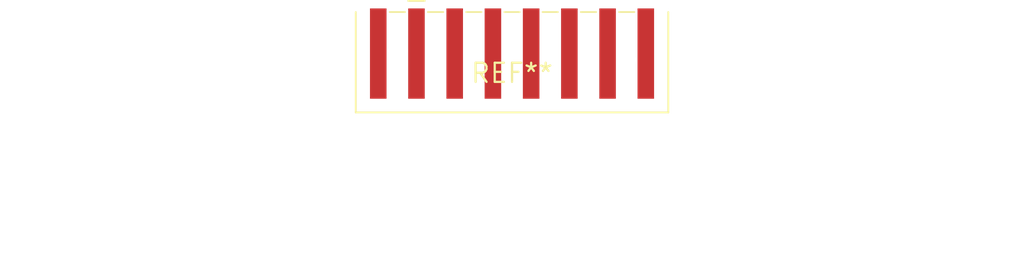
<source format=kicad_pcb>
(kicad_pcb (version 20240108) (generator pcbnew)
  (layers (0 "F.Cu" signal) (31 "B.Cu" signal) (34 "B.Paste" user) (35 "F.Paste" user) (36 "B.SilkS" user "B.Silkscreen") (37 "F.SilkS" user "F.Silkscreen") (38 "B.Mask" user) (39 "F.Mask" user) (44 "Edge.Cuts" user))
  (net 0 "")
  (footprint "Harting_har-flexicon_14110613002xxx_1x06-MP_P2.54mm_Horizontal" (layer "F.Cu") (at 0 0)
    (property "Reference" "REF**")
    (property "Value" "Harting_har-flexicon_14110613002xxx_1x06-MP_P2.54mm_Horizontal")
    (fp_line (start -10.385 -4.06) (end -10.385 2.61) (layer "F.SilkS") (stroke (width 0.12)))
    (fp_line (start -8.128 -4.06) (end -7.112 -4.06) (layer "F.SilkS") (stroke (width 0.12)))
    (fp_line (start -6.9 -4.8) (end -5.8 -4.8) (layer "F.SilkS") (stroke (width 0.12)))
    (fp_line (start -5.588 -4.06) (end -4.572 -4.06) (layer "F.SilkS") (stroke (width 0.12)))
    (fp_line (start -3.048 -4.06) (end -2.032 -4.06) (layer "F.SilkS") (stroke (width 0.12)))
    (fp_line (start -0.508 -4.06) (end 0.508 -4.06) (layer "F.SilkS") (stroke (width 0.12)))
    (fp_line (start 2.032 -4.06) (end 3.048 -4.06) (layer "F.SilkS") (stroke (width 0.12)))
    (fp_line (start 4.572 -4.06) (end 5.588 -4.06) (layer "F.SilkS") (stroke (width 0.12)))
    (fp_line (start 7.112 -4.06) (end 8.128 -4.06) (layer "F.SilkS") (stroke (width 0.12)))
    (fp_line (start 10.385 -4.06) (end 10.385 2.61) (layer "F.SilkS") (stroke (width 0.12)))
    (fp_line (start 10.385 2.61) (end -10.385 2.61) (layer "F.SilkS") (stroke (width 0.12)))
    (pad "" np_thru_hole circle (at -7.62 -1.5) (size 1 1) (drill 1) (layers *.Cu *.Mask))
    (pad "" np_thru_hole circle (at 7.62 -0.9) (size 1 1) (drill 1) (layers *.Cu *.Mask))
    (pad "1" smd rect (at -6.35 -1.3) (size 1.1 6) (layers "F.Cu" "F.Paste" "F.Mask"))
    (pad "2" smd rect (at -3.81 -1.3) (size 1.1 6) (layers "F.Cu" "F.Paste" "F.Mask"))
    (pad "3" smd rect (at -1.27 -1.3) (size 1.1 6) (layers "F.Cu" "F.Paste" "F.Mask"))
    (pad "4" smd rect (at 1.27 -1.3) (size 1.1 6) (layers "F.Cu" "F.Paste" "F.Mask"))
    (pad "5" smd rect (at 3.81 -1.3) (size 1.1 6) (layers "F.Cu" "F.Paste" "F.Mask"))
    (pad "6" smd rect (at 6.35 -1.3) (size 1.1 6) (layers "F.Cu" "F.Paste" "F.Mask"))
    (pad "MP" smd rect (at -8.89 -1.3) (size 1.1 6) (layers "F.Cu" "F.Paste" "F.Mask"))
    (pad "MP" smd rect (at 8.89 -1.3) (size 1.1 6) (layers "F.Cu" "F.Paste" "F.Mask"))
  )
)
</source>
